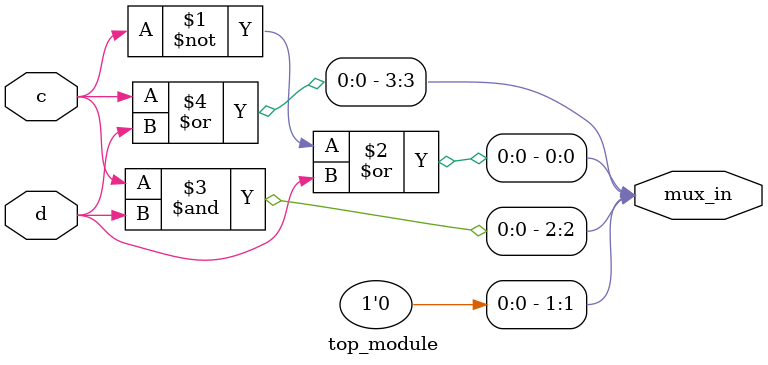
<source format=sv>
module top_module (
    input c,
    input d,
    output [3:0] mux_in
);

    assign mux_in[0] = ~c | d;       // mux_in[0] must be 1 when ab=00, as column 00: 1 at (10, 00) and (11, 00)
    assign mux_in[1] = 1'b0;          // mux_in[1] must be 0 when ab=01: all 0s in column 01
    assign mux_in[2] = c & d;         // mux_in[2] must be d when ab=11: 1 at (11, 11)
    assign mux_in[3] = c | d;         // mux_in[3] must be 1 when ab=10 as 1 at (00, 10), (10, 10)

endmodule

</source>
